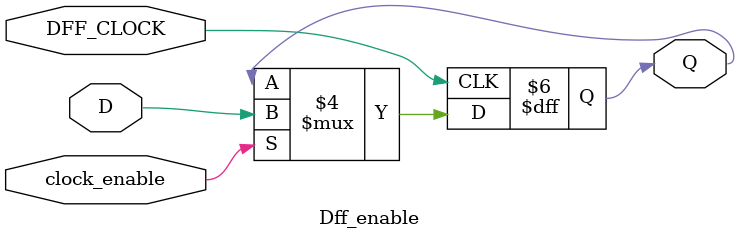
<source format=sv>

module Dff_enable(input DFF_CLOCK, clock_enable,D, output logic Q=0);

		always @ (posedge DFF_CLOCK) begin
		
		if(clock_enable==1) 
		   Q <= D;
		end
endmodule

				 
</source>
